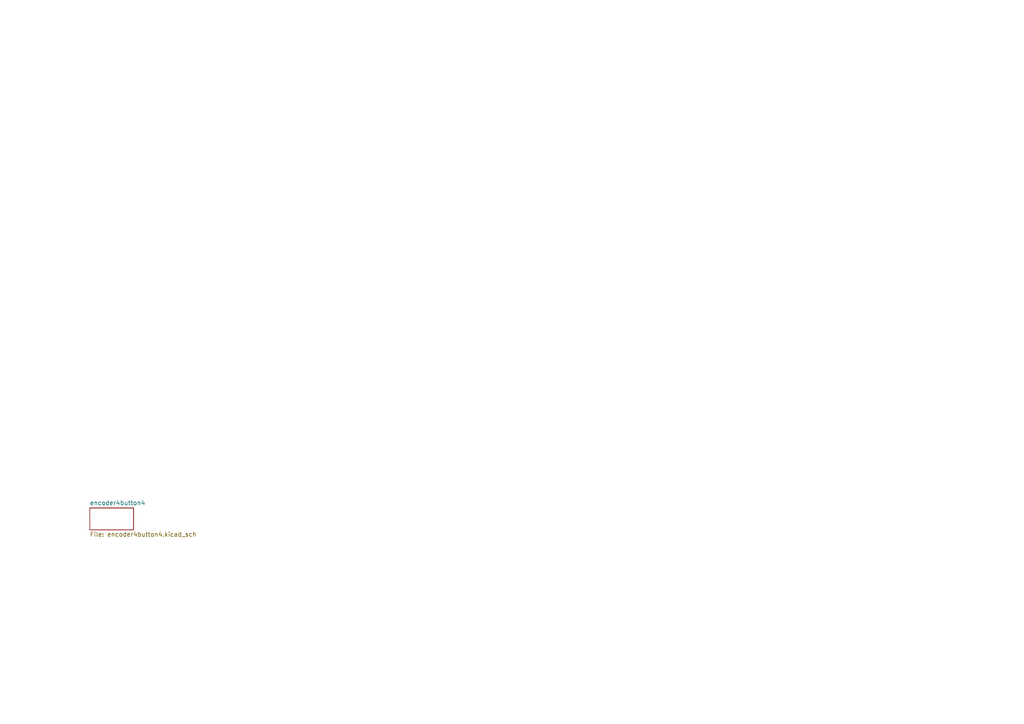
<source format=kicad_sch>
(kicad_sch
	(version 20250114)
	(generator "eeschema")
	(generator_version "9.0")
	(uuid "e70b5343-6e83-46b0-b96e-745e0612c526")
	(paper "A4")
	(lib_symbols)
	(sheet
		(at 26.035 147.32)
		(size 12.7 6.35)
		(exclude_from_sim no)
		(in_bom yes)
		(on_board yes)
		(dnp no)
		(fields_autoplaced yes)
		(stroke
			(width 0.1524)
			(type solid)
		)
		(fill
			(color 0 0 0 0.0000)
		)
		(uuid "2a4c6518-6eed-4a25-9459-9f6a8208ccfc")
		(property "Sheetname" "encoder4button4"
			(at 26.035 146.6084 0)
			(effects
				(font
					(size 1.27 1.27)
				)
				(justify left bottom)
			)
		)
		(property "Sheetfile" "encoder4button4.kicad_sch"
			(at 26.035 154.2546 0)
			(effects
				(font
					(size 1.27 1.27)
				)
				(justify left top)
			)
		)
		(instances
			(project "NiController_encoder4button4"
				(path "/e70b5343-6e83-46b0-b96e-745e0612c526"
					(page "34")
				)
			)
		)
	)
	(sheet_instances
		(path "/"
			(page "1")
		)
	)
	(embedded_fonts no)
)

</source>
